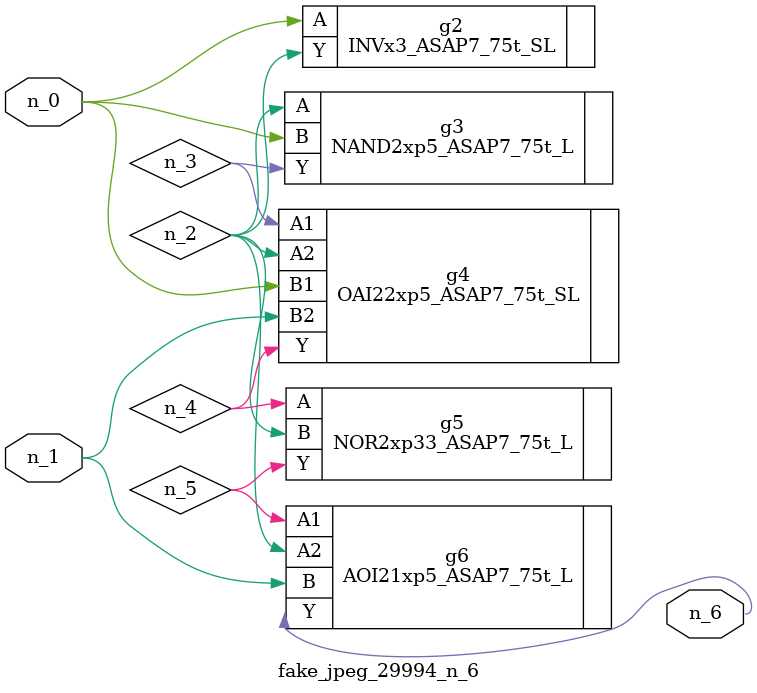
<source format=v>
module fake_jpeg_29994_n_6 (n_0, n_1, n_6);

input n_0;
input n_1;

output n_6;

wire n_3;
wire n_2;
wire n_4;
wire n_5;

INVx3_ASAP7_75t_SL g2 ( 
.A(n_0),
.Y(n_2)
);

NAND2xp5_ASAP7_75t_L g3 ( 
.A(n_2),
.B(n_0),
.Y(n_3)
);

OAI22xp5_ASAP7_75t_SL g4 ( 
.A1(n_3),
.A2(n_2),
.B1(n_0),
.B2(n_1),
.Y(n_4)
);

NOR2xp33_ASAP7_75t_L g5 ( 
.A(n_4),
.B(n_2),
.Y(n_5)
);

AOI21xp5_ASAP7_75t_L g6 ( 
.A1(n_5),
.A2(n_2),
.B(n_1),
.Y(n_6)
);


endmodule
</source>
